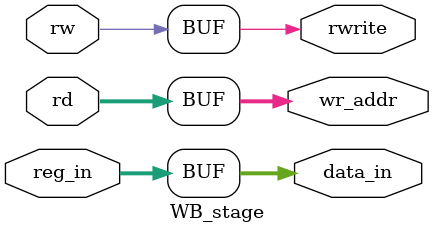
<source format=v>
`include "header/macro.vh"

module WB_stage (rw, rd, reg_in, rwrite, wr_addr, data_in);
    input rw;
    input [4:0] rd;
    input [31:0] reg_in;
    output rwrite;
    output [4:0] wr_addr;
    output [31:0] data_in;

    assign rwrite  = rw;
    assign wr_addr = rd;
    assign data_in = reg_in;
    
endmodule
</source>
